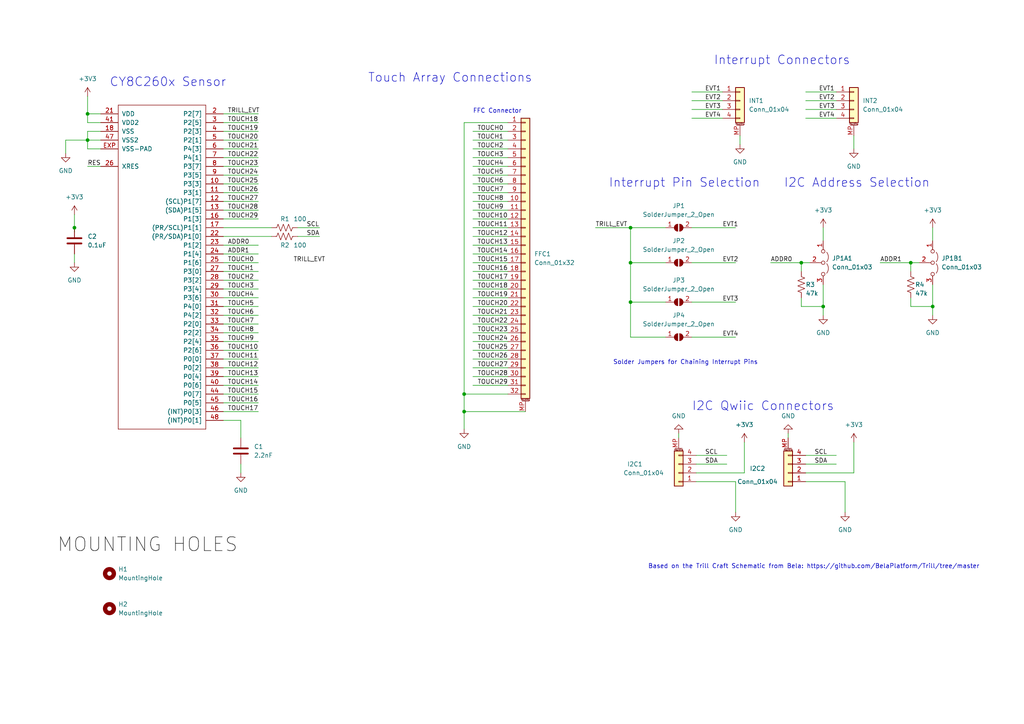
<source format=kicad_sch>
(kicad_sch (version 20230121) (generator eeschema)
  (paper "A4")
  (title_block (title "T-Stick Touch Board") (date "2023-09") (rev "1") (company "Input Devices and Musical Interaction Lab, McGill University"))
  (lib_symbols
    (symbol "+3V3_1" (power) (pin_names (offset 0))
      (property "Value" "+3V3_1" (at 0 3.556 0))
      (symbol "+3V3_1_0_1"
        (polyline (pts (xy -0.762 1.27) (xy 0 2.54)))
        (polyline (pts (xy 0 0) (xy 0 2.54)))
        (polyline (pts (xy 0 2.54) (xy 0.762 1.27)))
      )
      (symbol "+3V3_1_1_1"
        (pin power_in line (at 0 0 90) (length 0) hide (name "+3V3") (number "1"))
      )
    )
    (symbol "Connector_Generic_MountingPin:Conn_01x04_MountingPin" (pin_names (offset 1.016) hide)
      (property "Reference" "J" (at 0 5.08 0))
      (property "Value" "Conn_01x04_MountingPin" (at 1.27 -7.62 0))
      (symbol "Conn_01x04_MountingPin_1_1"
        (rectangle (start -1.27 -4.953) (end 0 -5.207) (stroke (width 0.1524)))
        (rectangle (start -1.27 -2.413) (end 0 -2.667) (stroke (width 0.1524)))
        (rectangle (start -1.27 0.127) (end 0 -0.127) (stroke (width 0.1524)))
        (rectangle (start -1.27 2.667) (end 0 2.413) (stroke (width 0.1524)))
        (rectangle (start -1.27 3.81) (end 1.27 -6.35) (stroke (width 0.254)) (fill (type background)))
        (polyline (pts (xy -1.016 -7.112) (xy 1.016 -7.112)) (stroke (width 0.1524)))
        (text "Mounting" (at 0 -6.731 0) (effects (font (size 0.381 0.381))))
        (pin passive line (at -5.08 2.54 0) (length 3.81) (name "Pin_1") (number "1"))
        (pin passive line (at -5.08 0 0) (length 3.81) (name "Pin_2") (number "2"))
        (pin passive line (at -5.08 -2.54 0) (length 3.81) (name "Pin_3") (number "3"))
        (pin passive line (at -5.08 -5.08 0) (length 3.81) (name "Pin_4") (number "4"))
        (pin passive line (at 0 -10.16 90) (length 3.048) (name "MountPin") (number "MP"))
      )
    )
    (symbol "Connector_Generic_MountingPin:Conn_01x32_MountingPin" (pin_names (offset 1.016) hide)
      (property "Reference" "J" (at 0 40.64 0))
      (property "Value" "Conn_01x32_MountingPin" (at 1.27 -43.18 0))
      (symbol "Conn_01x32_MountingPin_1_1"
        (rectangle (start -1.27 -40.513) (end 0 -40.767) (stroke (width 0.1524)))
        (rectangle (start -1.27 -37.973) (end 0 -38.227) (stroke (width 0.1524)))
        (rectangle (start -1.27 -35.433) (end 0 -35.687) (stroke (width 0.1524)))
        (rectangle (start -1.27 -32.893) (end 0 -33.147) (stroke (width 0.1524)))
        (rectangle (start -1.27 -30.353) (end 0 -30.607) (stroke (width 0.1524)))
        (rectangle (start -1.27 -27.813) (end 0 -28.067) (stroke (width 0.1524)))
        (rectangle (start -1.27 -25.273) (end 0 -25.527) (stroke (width 0.1524)))
        (rectangle (start -1.27 -22.733) (end 0 -22.987) (stroke (width 0.1524)))
        (rectangle (start -1.27 -20.193) (end 0 -20.447) (stroke (width 0.1524)))
        (rectangle (start -1.27 -17.653) (end 0 -17.907) (stroke (width 0.1524)))
        (rectangle (start -1.27 -15.113) (end 0 -15.367) (stroke (width 0.1524)))
        (rectangle (start -1.27 -12.573) (end 0 -12.827) (stroke (width 0.1524)))
        (rectangle (start -1.27 -10.033) (end 0 -10.287) (stroke (width 0.1524)))
        (rectangle (start -1.27 -7.493) (end 0 -7.747) (stroke (width 0.1524)))
        (rectangle (start -1.27 -4.953) (end 0 -5.207) (stroke (width 0.1524)))
        (rectangle (start -1.27 -2.413) (end 0 -2.667) (stroke (width 0.1524)))
        (rectangle (start -1.27 0.127) (end 0 -0.127) (stroke (width 0.1524)))
        (rectangle (start -1.27 2.667) (end 0 2.413) (stroke (width 0.1524)))
        (rectangle (start -1.27 5.207) (end 0 4.953) (stroke (width 0.1524)))
        (rectangle (start -1.27 7.747) (end 0 7.493) (stroke (width 0.1524)))
        (rectangle (start -1.27 10.287) (end 0 10.033) (stroke (width 0.1524)))
        (rectangle (start -1.27 12.827) (end 0 12.573) (stroke (width 0.1524)))
        (rectangle (start -1.27 15.367) (end 0 15.113) (stroke (width 0.1524)))
        (rectangle (start -1.27 17.907) (end 0 17.653) (stroke (width 0.1524)))
        (rectangle (start -1.27 20.447) (end 0 20.193) (stroke (width 0.1524)))
        (rectangle (start -1.27 22.987) (end 0 22.733) (stroke (width 0.1524)))
        (rectangle (start -1.27 25.527) (end 0 25.273) (stroke (width 0.1524)))
        (rectangle (start -1.27 28.067) (end 0 27.813) (stroke (width 0.1524)))
        (rectangle (start -1.27 30.607) (end 0 30.353) (stroke (width 0.1524)))
        (rectangle (start -1.27 33.147) (end 0 32.893) (stroke (width 0.1524)))
        (rectangle (start -1.27 35.687) (end 0 35.433) (stroke (width 0.1524)))
        (rectangle (start -1.27 38.227) (end 0 37.973) (stroke (width 0.1524)))
        (rectangle (start -1.27 39.37) (end 1.27 -41.91) (stroke (width 0.254)) (fill (type background)))
        (polyline (pts (xy -1.016 -42.672) (xy 1.016 -42.672)) (stroke (width 0.1524)))
        (text "Mounting" (at 0 -42.291 0) (effects (font (size 0.381 0.381))))
        (pin passive line (at -5.08 38.1 0) (length 3.81) (name "Pin_1") (number "1"))
        (pin passive line (at -5.08 15.24 0) (length 3.81) (name "Pin_10") (number "10"))
        (pin passive line (at -5.08 12.7 0) (length 3.81) (name "Pin_11") (number "11"))
        (pin passive line (at -5.08 10.16 0) (length 3.81) (name "Pin_12") (number "12"))
        (pin passive line (at -5.08 7.62 0) (length 3.81) (name "Pin_13") (number "13"))
        (pin passive line (at -5.08 5.08 0) (length 3.81) (name "Pin_14") (number "14"))
        (pin passive line (at -5.08 2.54 0) (length 3.81) (name "Pin_15") (number "15"))
        (pin passive line (at -5.08 0 0) (length 3.81) (name "Pin_16") (number "16"))
        (pin passive line (at -5.08 -2.54 0) (length 3.81) (name "Pin_17") (number "17"))
        (pin passive line (at -5.08 -5.08 0) (length 3.81) (name "Pin_18") (number "18"))
        (pin passive line (at -5.08 -7.62 0) (length 3.81) (name "Pin_19") (number "19"))
        (pin passive line (at -5.08 35.56 0) (length 3.81) (name "Pin_2") (number "2"))
        (pin passive line (at -5.08 -10.16 0) (length 3.81) (name "Pin_20") (number "20"))
        (pin passive line (at -5.08 -12.7 0) (length 3.81) (name "Pin_21") (number "21"))
        (pin passive line (at -5.08 -15.24 0) (length 3.81) (name "Pin_22") (number "22"))
        (pin passive line (at -5.08 -17.78 0) (length 3.81) (name "Pin_23") (number "23"))
        (pin passive line (at -5.08 -20.32 0) (length 3.81) (name "Pin_24") (number "24"))
        (pin passive line (at -5.08 -22.86 0) (length 3.81) (name "Pin_25") (number "25"))
        (pin passive line (at -5.08 -25.4 0) (length 3.81) (name "Pin_26") (number "26"))
        (pin passive line (at -5.08 -27.94 0) (length 3.81) (name "Pin_27") (number "27"))
        (pin passive line (at -5.08 -30.48 0) (length 3.81) (name "Pin_28") (number "28"))
        (pin passive line (at -5.08 -33.02 0) (length 3.81) (name "Pin_29") (number "29"))
        (pin passive line (at -5.08 33.02 0) (length 3.81) (name "Pin_3") (number "3"))
        (pin passive line (at -5.08 -35.56 0) (length 3.81) (name "Pin_30") (number "30"))
        (pin passive line (at -5.08 -38.1 0) (length 3.81) (name "Pin_31") (number "31"))
        (pin passive line (at -5.08 -40.64 0) (length 3.81) (name "Pin_32") (number "32"))
        (pin passive line (at -5.08 30.48 0) (length 3.81) (name "Pin_4") (number "4"))
        (pin passive line (at -5.08 27.94 0) (length 3.81) (name "Pin_5") (number "5"))
        (pin passive line (at -5.08 25.4 0) (length 3.81) (name "Pin_6") (number "6"))
        (pin passive line (at -5.08 22.86 0) (length 3.81) (name "Pin_7") (number "7"))
        (pin passive line (at -5.08 20.32 0) (length 3.81) (name "Pin_8") (number "8"))
        (pin passive line (at -5.08 17.78 0) (length 3.81) (name "Pin_9") (number "9"))
        (pin passive line (at 0 -45.72 90) (length 3.048) (name "MountPin") (number "MP"))
      )
    )
    (symbol "Device:C" (pin_numbers hide) (pin_names (offset 0.254))
      (property "Reference" "C" (at 0.635 2.54 0))
      (property "Value" "C" (at 0.635 -2.54 0))
      (symbol "C_0_1"
        (polyline (pts (xy -2.032 -0.762) (xy 2.032 -0.762)) (stroke (width 0.508)))
        (polyline (pts (xy -2.032 0.762) (xy 2.032 0.762)) (stroke (width 0.508)))
      )
      (symbol "C_1_1"
        (pin passive line (at 0 3.81 270) (length 2.794) (name "~") (number "1"))
        (pin passive line (at 0 -3.81 90) (length 2.794) (name "~") (number "2"))
      )
    )
    (symbol "Device:R_US" (pin_numbers hide) (pin_names (offset 0))
      (property "Reference" "R" (at 2.54 0 90))
      (property "Value" "R_US" (at -2.54 0 90))
      (symbol "R_US_0_1"
        (polyline (pts (xy 0 -2.286) (xy 0 -2.54)))
        (polyline (pts (xy 0 2.286) (xy 0 2.54)))
        (polyline (pts (xy 0 -0.762) (xy 1.016 -1.143) (xy 0 -1.524) (xy -1.016 -1.905) (xy 0 -2.286)))
        (polyline (pts (xy 0 0.762) (xy 1.016 0.381) (xy 0 0) (xy -1.016 -0.381) (xy 0 -0.762)))
        (polyline (pts (xy 0 2.286) (xy 1.016 1.905) (xy 0 1.524) (xy -1.016 1.143) (xy 0 0.762)))
      )
      (symbol "R_US_1_1"
        (pin passive line (at 0 3.81 270) (length 1.27) (name "~") (number "1"))
        (pin passive line (at 0 -3.81 90) (length 1.27) (name "~") (number "2"))
      )
    )
    (symbol "GND_1" (power) (pin_names (offset 0))
      (property "Value" "GND_1" (at 0 -3.81 0))
      (symbol "GND_1_0_1"
        (polyline (pts (xy 0 0) (xy 0 -1.27) (xy 1.27 -1.27) (xy 0 -2.54) (xy -1.27 -1.27) (xy 0 -1.27)))
      )
      (symbol "GND_1_1_1"
        (pin power_in line (at 0 0 270) (length 0) hide (name "GND") (number "1"))
      )
    )
    (symbol "Jumper:Jumper_3_Open" (pin_names (offset 0) hide)
      (property "Reference" "JP" (at -2.54 -2.54 0))
      (property "Value" "Jumper_3_Open" (at 0 2.794 0))
      (symbol "Jumper_3_Open_0_0"
        (circle (center -3.302 0) (radius 0.508))
        (circle (center 0 0) (radius 0.508))
        (circle (center 3.302 0) (radius 0.508))
      )
      (symbol "Jumper_3_Open_0_1"
        (arc (start -0.254 1.016) (mid -1.651 1.4992) (end -3.048 1.016))
        (polyline (pts (xy 0 -0.508) (xy 0 -1.27)))
        (arc (start 3.048 1.016) (mid 1.651 1.4992) (end 0.254 1.016))
      )
      (symbol "Jumper_3_Open_1_1"
        (pin passive line (at -6.35 0 0) (length 2.54) (name "A") (number "1"))
        (pin passive line (at 0 -3.81 90) (length 2.54) (name "C") (number "2"))
        (pin passive line (at 6.35 0 180) (length 2.54) (name "B") (number "3"))
      )
    )
    (symbol "Jumper:SolderJumper_2_Open" (pin_names (offset 0) hide)
      (property "Reference" "JP" (at 0 2.032 0))
      (property "Value" "SolderJumper_2_Open" (at 0 -2.54 0))
      (symbol "SolderJumper_2_Open_0_1"
        (arc (start -0.254 1.016) (mid -1.2656 0) (end -0.254 -1.016))
        (arc (start -0.254 1.016) (mid -1.2656 0) (end -0.254 -1.016) (fill (type outline)))
        (polyline (pts (xy -0.254 1.016) (xy -0.254 -1.016)))
        (polyline (pts (xy 0.254 1.016) (xy 0.254 -1.016)))
        (arc (start 0.254 -1.016) (mid 1.2656 0) (end 0.254 1.016))
        (arc (start 0.254 -1.016) (mid 1.2656 0) (end 0.254 1.016) (fill (type outline)))
      )
      (symbol "SolderJumper_2_Open_1_1"
        (pin passive line (at -3.81 0 0) (length 2.54) (name "A") (number "1"))
        (pin passive line (at 3.81 0 180) (length 2.54) (name "B") (number "2"))
      )
    )
    (symbol "Mechanical:MountingHole" (pin_names (offset 1.016))
      (property "Reference" "H" (at 0 5.08 0))
      (property "Value" "MountingHole" (at 0 3.175 0))
      (symbol "MountingHole_0_1"
        (circle (center 0 0) (radius 1.27) (stroke (width 1.27)))
      )
    )
    (symbol "power:GND" (power) (pin_names (offset 0))
      (property "Value" "GND" (at 0 -3.81 0))
      (symbol "GND_0_1"
        (polyline (pts (xy 0 0) (xy 0 -1.27) (xy 1.27 -1.27) (xy 0 -2.54) (xy -1.27 -1.27) (xy 0 -1.27)))
      )
      (symbol "GND_1_1"
        (pin power_in line (at 0 0 270) (length 0) hide (name "GND") (number "1"))
      )
    )
    (symbol "touch-sensor:CY8C206X6A" (pin_names (offset 1.016))
      (symbol "CY8C206X6A_1_0"
        (polyline (pts (xy -12.7 -48.26) (xy -12.7 45.72)))
        (polyline (pts (xy -12.7 45.72) (xy 12.7 45.72)))
        (polyline (pts (xy 12.7 -48.26) (xy -12.7 -48.26)))
        (polyline (pts (xy 12.7 45.72) (xy 12.7 -48.26)))
        (pin unspecified line (at 17.78 22.86 180) (length 5.08) (name "P3[3]") (number "10"))
        (pin unspecified line (at 17.78 20.32 180) (length 5.08) (name "P3[1]") (number "11"))
        (pin unspecified line (at 17.78 17.78 180) (length 5.08) (name "(SCL)P1[7]") (number "12"))
        (pin unspecified line (at 17.78 15.24 180) (length 5.08) (name "(SDA)P1[5]") (number "13"))
        (pin unspecified line (at 17.78 12.7 180) (length 5.08) (name "P1[3]") (number "16"))
        (pin unspecified line (at 17.78 10.16 180) (length 5.08) (name "(PR/SCL)P1[1]") (number "17"))
        (pin unspecified line (at -17.78 38.1 0) (length 5.08) (name "VSS") (number "18"))
        (pin unspecified line (at 17.78 43.18 180) (length 5.08) (name "P2[7]") (number "2"))
        (pin unspecified line (at -17.78 43.18 0) (length 5.08) (name "VDD") (number "21"))
        (pin unspecified line (at 17.78 7.62 180) (length 5.08) (name "(PR/SDA)P1[0]") (number "22"))
        (pin unspecified line (at 17.78 5.08 180) (length 5.08) (name "P1[2]") (number "23"))
        (pin unspecified line (at 17.78 2.54 180) (length 5.08) (name "P1[4]") (number "24"))
        (pin unspecified line (at 17.78 0 180) (length 5.08) (name "P1[6]") (number "25"))
        (pin unspecified line (at -17.78 27.94 0) (length 5.08) (name "XRES") (number "26"))
        (pin unspecified line (at 17.78 -2.54 180) (length 5.08) (name "P3[0]") (number "27"))
        (pin unspecified line (at 17.78 -5.08 180) (length 5.08) (name "P3[2]") (number "28"))
        (pin unspecified line (at 17.78 -7.62 180) (length 5.08) (name "P3[4]") (number "29"))
        (pin unspecified line (at 17.78 40.64 180) (length 5.08) (name "P2[5]") (number "3"))
        (pin unspecified line (at 17.78 -10.16 180) (length 5.08) (name "P3[6]") (number "30"))
        (pin unspecified line (at 17.78 -12.7 180) (length 5.08) (name "P4[0]") (number "31"))
        (pin unspecified line (at 17.78 -15.24 180) (length 5.08) (name "P4[2]") (number "32"))
        (pin unspecified line (at 17.78 -17.78 180) (length 5.08) (name "P2[0]") (number "33"))
        (pin unspecified line (at 17.78 -20.32 180) (length 5.08) (name "P2[2]") (number "34"))
        (pin unspecified line (at 17.78 -22.86 180) (length 5.08) (name "P2[4]") (number "35"))
        (pin unspecified line (at 17.78 -25.4 180) (length 5.08) (name "P2[6]") (number "36"))
        (pin unspecified line (at 17.78 -27.94 180) (length 5.08) (name "P0[0]") (number "37"))
        (pin unspecified line (at 17.78 -30.48 180) (length 5.08) (name "P0[2]") (number "38"))
        (pin unspecified line (at 17.78 -33.02 180) (length 5.08) (name "P0[4]") (number "39"))
        (pin unspecified line (at 17.78 38.1 180) (length 5.08) (name "P2[3]") (number "4"))
        (pin unspecified line (at 17.78 -35.56 180) (length 5.08) (name "P0[6]") (number "40"))
        (pin unspecified line (at -17.78 40.64 0) (length 5.08) (name "VDD2") (number "41"))
        (pin unspecified line (at 17.78 -38.1 180) (length 5.08) (name "P0[7]") (number "44"))
        (pin unspecified line (at 17.78 -40.64 180) (length 5.08) (name "P0[5]") (number "45"))
        (pin unspecified line (at 17.78 -43.18 180) (length 5.08) (name "(INT)P0[3]") (number "46"))
        (pin unspecified line (at -17.78 35.56 0) (length 5.08) (name "VSS2") (number "47"))
        (pin unspecified line (at 17.78 -45.72 180) (length 5.08) (name "(INT)P0[1]") (number "48"))
        (pin unspecified line (at 17.78 35.56 180) (length 5.08) (name "P2[1]") (number "5"))
        (pin unspecified line (at 17.78 33.02 180) (length 5.08) (name "P4[3]") (number "6"))
        (pin unspecified line (at 17.78 30.48 180) (length 5.08) (name "P4[1]") (number "7"))
        (pin unspecified line (at 17.78 27.94 180) (length 5.08) (name "P3[7]") (number "8"))
        (pin unspecified line (at 17.78 25.4 180) (length 5.08) (name "P3[5]") (number "9"))
        (pin unspecified line (at -17.78 33.02 0) (length 5.08) (name "VSS-PAD") (number "EXP"))
      )
    )
  )
  (junction (at 134.62 119.38))
  (junction (at 182.88 66.04))
  (junction (at 182.88 76.2))
  (junction (at 270.51 88.9))
  (junction (at 134.62 114.3))
  (junction (at 264.16 76.2))
  (junction (at 25.4 33.02))
  (junction (at 25.4 40.64))
  (junction (at 21.59 66.04))
  (junction (at 232.41 76.2))
  (junction (at 182.88 87.63))
  (junction (at 238.76 88.9))
  (wire (pts (xy 200.66 31.75) (xy 209.55 31.75)))
  (wire (pts (xy 200.66 66.04) (xy 213.36 66.04)))
  (wire (pts (xy 64.77 81.28) (xy 74.93 81.28)))
  (wire (pts (xy 137.16 48.26) (xy 147.32 48.26)))
  (wire (pts (xy 238.76 66.04) (xy 238.76 69.85)))
  (wire (pts (xy 21.59 73.66) (xy 21.59 76.2)))
  (wire (pts (xy 137.16 109.22) (xy 147.32 109.22)))
  (wire (pts (xy 64.77 91.44) (xy 74.93 91.44)))
  (wire (pts (xy 137.16 71.12) (xy 147.32 71.12)))
  (wire (pts (xy 64.77 53.34) (xy 74.93 53.34)))
  (wire (pts (xy 64.77 66.04) (xy 78.74 66.04)))
  (wire (pts (xy 64.77 68.58) (xy 78.74 68.58)))
  (wire (pts (xy 137.16 96.52) (xy 147.32 96.52)))
  (wire (pts (xy 264.16 86.36) (xy 264.16 88.9)))
  (wire (pts (xy 25.4 33.02) (xy 25.4 35.56)))
  (wire (pts (xy 64.77 93.98) (xy 74.93 93.98)))
  (wire (pts (xy 86.36 68.58) (xy 92.71 68.58)))
  (wire (pts (xy 200.66 29.21) (xy 209.55 29.21)))
  (wire (pts (xy 25.4 38.1) (xy 25.4 40.64)))
  (wire (pts (xy 64.77 101.6) (xy 74.93 101.6)))
  (wire (pts (xy 64.77 109.22) (xy 74.93 109.22)))
  (wire (pts (xy 29.21 33.02) (xy 25.4 33.02)))
  (wire (pts (xy 64.77 50.8) (xy 74.93 50.8)))
  (wire (pts (xy 270.51 66.04) (xy 270.51 69.85)))
  (wire (pts (xy 201.93 132.08) (xy 210.82 132.08)))
  (wire (pts (xy 245.11 139.7) (xy 245.11 148.59)))
  (wire (pts (xy 233.68 132.08) (xy 242.57 132.08)))
  (wire (pts (xy 137.16 104.14) (xy 147.32 104.14)))
  (wire (pts (xy 200.66 76.2) (xy 213.36 76.2)))
  (wire (pts (xy 137.16 63.5) (xy 147.32 63.5)))
  (wire (pts (xy 64.77 116.84) (xy 74.93 116.84)))
  (wire (pts (xy 233.68 134.62) (xy 242.57 134.62)))
  (wire (pts (xy 247.65 128.27) (xy 247.65 137.16)))
  (wire (pts (xy 193.04 87.63) (xy 182.88 87.63)))
  (wire (pts (xy 64.77 38.1) (xy 74.93 38.1)))
  (wire (pts (xy 134.62 114.3) (xy 134.62 119.38)))
  (wire (pts (xy 264.16 76.2) (xy 266.7 76.2)))
  (wire (pts (xy 200.66 26.67) (xy 209.55 26.67)))
  (wire (pts (xy 137.16 101.6) (xy 147.32 101.6)))
  (wire (pts (xy 25.4 43.18) (xy 29.21 43.18)))
  (wire (pts (xy 64.77 111.76) (xy 74.93 111.76)))
  (wire (pts (xy 232.41 86.36) (xy 232.41 88.9)))
  (wire (pts (xy 137.16 73.66) (xy 147.32 73.66)))
  (wire (pts (xy 182.88 87.63) (xy 182.88 97.79)))
  (wire (pts (xy 64.77 45.72) (xy 74.93 45.72)))
  (wire (pts (xy 137.16 81.28) (xy 147.32 81.28)))
  (wire (pts (xy 64.77 114.3) (xy 74.93 114.3)))
  (wire (pts (xy 134.62 114.3) (xy 147.32 114.3)))
  (wire (pts (xy 200.66 87.63) (xy 213.36 87.63)))
  (wire (pts (xy 29.21 35.56) (xy 25.4 35.56)))
  (wire (pts (xy 25.4 27.94) (xy 25.4 33.02)))
  (wire (pts (xy 201.93 134.62) (xy 210.82 134.62)))
  (wire (pts (xy 200.66 97.79) (xy 213.36 97.79)))
  (wire (pts (xy 233.68 29.21) (xy 242.57 29.21)))
  (wire (pts (xy 232.41 76.2) (xy 234.95 76.2)))
  (wire (pts (xy 64.77 119.38) (xy 74.93 119.38)))
  (wire (pts (xy 182.88 66.04) (xy 193.04 66.04)))
  (wire (pts (xy 137.16 78.74) (xy 147.32 78.74)))
  (wire (pts (xy 193.04 97.79) (xy 182.88 97.79)))
  (wire (pts (xy 134.62 119.38) (xy 134.62 124.46)))
  (wire (pts (xy 64.77 96.52) (xy 74.93 96.52)))
  (wire (pts (xy 64.77 106.68) (xy 74.93 106.68)))
  (wire (pts (xy 137.16 45.72) (xy 147.32 45.72)))
  (wire (pts (xy 137.16 50.8) (xy 147.32 50.8)))
  (wire (pts (xy 238.76 88.9) (xy 238.76 91.44)))
  (wire (pts (xy 64.77 48.26) (xy 74.93 48.26)))
  (wire (pts (xy 137.16 55.88) (xy 147.32 55.88)))
  (wire (pts (xy 19.05 40.64) (xy 25.4 40.64)))
  (wire (pts (xy 64.77 33.02) (xy 74.93 33.02)))
  (wire (pts (xy 233.68 34.29) (xy 242.57 34.29)))
  (wire (pts (xy 64.77 88.9) (xy 74.93 88.9)))
  (wire (pts (xy 64.77 73.66) (xy 74.93 73.66)))
  (wire (pts (xy 137.16 88.9) (xy 147.32 88.9)))
  (wire (pts (xy 264.16 88.9) (xy 270.51 88.9)))
  (wire (pts (xy 25.4 40.64) (xy 25.4 43.18)))
  (wire (pts (xy 137.16 83.82) (xy 147.32 83.82)))
  (wire (pts (xy 201.93 137.16) (xy 215.9 137.16)))
  (wire (pts (xy 64.77 63.5) (xy 74.93 63.5)))
  (wire (pts (xy 232.41 88.9) (xy 238.76 88.9)))
  (wire (pts (xy 137.16 91.44) (xy 147.32 91.44)))
  (wire (pts (xy 137.16 58.42) (xy 147.32 58.42)))
  (wire (pts (xy 64.77 104.14) (xy 74.93 104.14)))
  (wire (pts (xy 255.27 76.2) (xy 264.16 76.2)))
  (wire (pts (xy 182.88 66.04) (xy 182.88 76.2)))
  (wire (pts (xy 233.68 26.67) (xy 242.57 26.67)))
  (wire (pts (xy 137.16 38.1) (xy 147.32 38.1)))
  (wire (pts (xy 64.77 121.92) (xy 69.85 121.92)))
  (wire (pts (xy 137.16 106.68) (xy 147.32 106.68)))
  (wire (pts (xy 134.62 35.56) (xy 134.62 114.3)))
  (wire (pts (xy 196.85 125.73) (xy 196.85 127)))
  (wire (pts (xy 69.85 121.92) (xy 69.85 127)))
  (wire (pts (xy 137.16 93.98) (xy 147.32 93.98)))
  (wire (pts (xy 137.16 99.06) (xy 147.32 99.06)))
  (wire (pts (xy 64.77 71.12) (xy 74.93 71.12)))
  (wire (pts (xy 233.68 137.16) (xy 247.65 137.16)))
  (wire (pts (xy 137.16 111.76) (xy 147.32 111.76)))
  (wire (pts (xy 137.16 40.64) (xy 147.32 40.64)))
  (wire (pts (xy 137.16 68.58) (xy 147.32 68.58)))
  (wire (pts (xy 64.77 60.96) (xy 74.93 60.96)))
  (wire (pts (xy 21.59 62.23) (xy 21.59 66.04)))
  (wire (pts (xy 64.77 43.18) (xy 74.93 43.18)))
  (wire (pts (xy 64.77 99.06) (xy 74.93 99.06)))
  (wire (pts (xy 137.16 86.36) (xy 147.32 86.36)))
  (wire (pts (xy 182.88 76.2) (xy 182.88 87.63)))
  (wire (pts (xy 147.32 35.56) (xy 134.62 35.56)))
  (wire (pts (xy 270.51 82.55) (xy 270.51 88.9)))
  (wire (pts (xy 137.16 60.96) (xy 147.32 60.96)))
  (wire (pts (xy 232.41 76.2) (xy 232.41 78.74)))
  (wire (pts (xy 64.77 78.74) (xy 74.93 78.74)))
  (wire (pts (xy 214.63 41.91) (xy 214.63 39.37)))
  (wire (pts (xy 64.77 35.56) (xy 74.93 35.56)))
  (wire (pts (xy 29.21 38.1) (xy 25.4 38.1)))
  (wire (pts (xy 64.77 86.36) (xy 74.93 86.36)))
  (wire (pts (xy 134.62 119.38) (xy 152.4 119.38)))
  (wire (pts (xy 137.16 66.04) (xy 147.32 66.04)))
  (wire (pts (xy 64.77 58.42) (xy 74.93 58.42)))
  (wire (pts (xy 137.16 53.34) (xy 147.32 53.34)))
  (wire (pts (xy 19.05 44.45) (xy 19.05 40.64)))
  (wire (pts (xy 201.93 139.7) (xy 213.36 139.7)))
  (wire (pts (xy 223.52 76.2) (xy 232.41 76.2)))
  (wire (pts (xy 172.72 66.04) (xy 182.88 66.04)))
  (wire (pts (xy 25.4 40.64) (xy 29.21 40.64)))
  (wire (pts (xy 86.36 66.04) (xy 92.71 66.04)))
  (wire (pts (xy 64.77 76.2) (xy 74.93 76.2)))
  (wire (pts (xy 213.36 139.7) (xy 213.36 148.59)))
  (wire (pts (xy 21.59 66.04) (xy 21.59 67.31)))
  (wire (pts (xy 238.76 82.55) (xy 238.76 88.9)))
  (wire (pts (xy 25.4 48.26) (xy 29.21 48.26)))
  (wire (pts (xy 233.68 139.7) (xy 245.11 139.7)))
  (wire (pts (xy 270.51 88.9) (xy 270.51 91.44)))
  (wire (pts (xy 137.16 76.2) (xy 147.32 76.2)))
  (wire (pts (xy 64.77 40.64) (xy 74.93 40.64)))
  (wire (pts (xy 200.66 34.29) (xy 209.55 34.29)))
  (wire (pts (xy 264.16 76.2) (xy 264.16 78.74)))
  (wire (pts (xy 69.85 134.62) (xy 69.85 137.16)))
  (wire (pts (xy 228.6 125.73) (xy 228.6 127)))
  (wire (pts (xy 233.68 31.75) (xy 242.57 31.75)))
  (wire (pts (xy 247.65 43.18) (xy 247.65 39.37)))
  (wire (pts (xy 137.16 43.18) (xy 147.32 43.18)))
  (wire (pts (xy 64.77 55.88) (xy 74.93 55.88)))
  (wire (pts (xy 193.04 76.2) (xy 182.88 76.2)))
  (wire (pts (xy 215.9 128.27) (xy 215.9 137.16)))
  (wire (pts (xy 64.77 83.82) (xy 74.93 83.82)))
  (text "Solder Jumpers for Chaining Interrupt Pins\n\n" (at 177.8 107.95 0) (effects (font (size 1.27 1.27)) (justify left bottom)))
  (text "Touch Array Connections" (at 106.68 24.13 0) (effects (font (size 2.54 2.54)) (justify left bottom)))
  (text "Interrupt Connectors" (at 207.01 19.05 0) (effects (font (size 2.54 2.54)) (justify left bottom)))
  (text "FFC Connector" (at 137.16 33.02 0) (effects (font (size 1.27 1.27)) (justify left bottom)))
  (text "I2C Address Selection" (at 227.33 54.61 0) (effects (font (size 2.54 2.54)) (justify left bottom)))
  (text "CY8C260x Sensor" (at 31.75 25.4 0) (effects (font (size 2.54 2.54)) (justify left bottom)))
  (text "Based on the Trill Craft Schematic from Bela: https://github.com/BelaPlatform/Trill/tree/master" (at 187.96 165.1 0) (effects (font (size 1.27 1.27)) (justify left bottom)))
  (text "Interrupt Pin Selection" (at 176.53 54.61 0) (effects (font (size 2.54 2.54)) (justify left bottom)))
  (text "I2C Qwiic Connectors" (at 200.66 119.38 0) (effects (font (size 2.54 2.54)) (justify left bottom)))
  (label "TOUCH10" (at 66.04 101.6 0))
  (label "TOUCH18" (at 147.32 83.82 180))
  (label "TOUCH26" (at 66.04 55.88 0))
  (label "TOUCH8" (at 138.43 58.42 0))
  (label "TOUCH7" (at 66.04 93.98 0))
  (label "TOUCH0" (at 66.04 76.2 0))
  (label "EVT1" (at 237.49 26.67 0))
  (label "TOUCH17" (at 66.04 119.38 0))
  (label "TOUCH25" (at 66.04 53.34 0))
  (label "TOUCH14" (at 66.04 111.76 0))
  (label "TOUCH9" (at 138.43 60.96 0))
  (label "TOUCH13" (at 138.43 71.12 0))
  (label "TOUCH26" (at 147.32 104.14 180))
  (label "TOUCH19" (at 147.32 86.36 180))
  (label "SDA" (at 236.22 134.62 0))
  (label "TOUCH28" (at 66.04 60.96 0))
  (label "ADDR0" (at 66.04 71.12 0))
  (label "EVT1" (at 209.55 66.04 0))
  (label "TOUCH24" (at 147.32 99.06 180))
  (label "SCL" (at 204.47 132.08 0))
  (label "SDA" (at 88.9 68.58 0))
  (label "TOUCH15" (at 147.32 76.2 180))
  (label "EVT2" (at 204.47 29.21 0))
  (label "TOUCH20" (at 66.04 40.64 0))
  (label "TOUCH10" (at 138.43 63.5 0))
  (label "TOUCH15" (at 66.04 114.3 0))
  (label "SCL" (at 236.22 132.08 0))
  (label "TOUCH13" (at 66.04 109.22 0))
  (label "TOUCH25" (at 147.32 101.6 180))
  (label "TOUCH12" (at 66.04 106.68 0))
  (label "TOUCH22" (at 147.32 93.98 180))
  (label "TOUCH12" (at 138.43 68.58 0))
  (label "EVT1" (at 204.47 26.67 0))
  (label "EVT4" (at 204.47 34.29 0))
  (label "TOUCH23" (at 147.32 96.52 180))
  (label "EVT4" (at 209.55 97.79 0))
  (label "MOUNTING HOLES" (at 16.51 161.29 0) (effects (font (size 4 4))))
  (label "TOUCH1" (at 138.43 40.64 0))
  (label "TOUCH16" (at 66.04 116.84 0))
  (label "TOUCH6" (at 138.43 53.34 0))
  (label "TOUCH29" (at 147.32 111.76 180))
  (label "TOUCH2" (at 66.04 81.28 0))
  (label "ADDR1" (at 66.04 73.66 0))
  (label "TOUCH20" (at 147.32 88.9 180))
  (label "ADDR1" (at 255.27 76.2 0))
  (label "TOUCH19" (at 66.04 38.1 0))
  (label "TOUCH9" (at 66.04 99.06 0))
  (label "TOUCH18" (at 66.04 35.56 0))
  (label "TRILL_EVT" (at 66.04 33.02 0))
  (label "TOUCH23" (at 66.04 48.26 0))
  (label "TRILL_EVT" (at 85.09 76.2 0))
  (label "TOUCH3" (at 138.43 45.72 0))
  (label "TOUCH21" (at 147.32 91.44 180))
  (label "TOUCH8" (at 66.04 96.52 0))
  (label "EVT3" (at 204.47 31.75 0))
  (label "TOUCH7" (at 138.43 55.88 0))
  (label "TOUCH11" (at 138.43 66.04 0))
  (label "TOUCH1" (at 66.04 78.74 0))
  (label "TOUCH4" (at 66.04 86.36 0))
  (label "TOUCH21" (at 66.04 43.18 0))
  (label "TOUCH29" (at 66.04 63.5 0))
  (label "TOUCH4" (at 138.43 48.26 0))
  (label "TRILL_EVT" (at 172.72 66.04 0))
  (label "TOUCH11" (at 66.04 104.14 0))
  (label "TOUCH0" (at 138.43 38.1 0))
  (label "TOUCH17" (at 147.32 81.28 180))
  (label "EVT3" (at 237.49 31.75 0))
  (label "TOUCH24" (at 66.04 50.8 0))
  (label "SDA" (at 204.47 134.62 0))
  (label "EVT2" (at 237.49 29.21 0))
  (label "TOUCH27" (at 66.04 58.42 0))
  (label "TOUCH22" (at 66.04 45.72 0))
  (label "TOUCH2" (at 138.43 43.18 0))
  (label "TOUCH16" (at 147.32 78.74 180))
  (label "TOUCH28" (at 147.32 109.22 180))
  (label "EVT4" (at 237.49 34.29 0))
  (label "TOUCH27" (at 147.32 106.68 180))
  (label "RES" (at 25.4 48.26 0))
  (label "ADDR0" (at 223.52 76.2 0))
  (label "SCL" (at 88.9 66.04 0))
  (label "TOUCH5" (at 66.04 88.9 0))
  (label "TOUCH3" (at 66.04 83.82 0))
  (label "EVT2" (at 209.55 76.2 0))
  (label "EVT3" (at 209.55 87.63 0))
  (label "TOUCH6" (at 66.04 91.44 0))
  (label "TOUCH5" (at 138.43 50.8 0))
  (label "TOUCH14" (at 138.43 73.66 0))
  (symbol (lib_id "power:GND") (at 270.51 91.44 0) (unit 1)
    (property "Reference" "#PWR011" (effects hide))
    (property "Value" "GND" (at 270.51 96.52 0))
  )
  (symbol (lib_id "Jumper:SolderJumper_2_Open") (at 196.85 97.79 0) (unit 1) (in_bom no)
    (property "Reference" "JP4" (at 196.85 91.44 0))
    (property "Value" "SolderJumper_2_Open" (at 196.85 93.98 0))
    (property "Footprint" "Jumper:SolderJumper-2_P1.3mm_Open_RoundedPad1.0x1.5mm" (effects hide))
  )
  (symbol (lib_id "Connector_Generic_MountingPin:Conn_01x04_MountingPin") (at 228.6 137.16 180) (unit 1)
    (property "Reference" "I2C2" (at 219.71 135.89 0))
    (property "Value" "Conn_01x04" (at 219.71 139.7 0))
    (property "Footprint" "Connector_JST:JST_SH_SM04B-SRSS-TB_1x04-1MP_P1.00mm_Horizontal" (effects hide))
    (property "Description Value Pkg" "Connector Header Surface Mount, Right Angle 4 position 0.039\" (1.00mm)" (effects hide))
    (property "Mfg Part #" "SM04B-SRSS-TB" (effects hide))
    (property "Digikey Part #" "455-SM04B-SRSS-TBCT-ND" (effects hide))
  )
  (symbol (lib_id "touch-sensor:CY8C206X6A") (at 46.99 76.2 0) (unit 1)
    (property "Reference" "IC1" (effects hide))
    (property "Value" "CY8C206X6A" (effects hide))
    (property "Footprint" "cap-touch-breakout:QFN48-LEADS" (effects hide))
    (property "Description Value Pkg" "MCU 8K FLASH 1K SRAM 48QFN" (effects hide))
    (property "Mfg Part #" "CY8C20636A-24LTXI" (effects hide))
    (property "Digikey Part #" "CY8C20636A-24LTXI-ND" (effects hide))
  )
  (symbol (lib_id "Device:C") (at 21.59 69.85 0) (unit 1)
    (property "Reference" "C2" (at 25.4 68.58 0) (effects (justify left)))
    (property "Value" "0.1uF" (at 25.4 71.12 0) (effects (justify left)))
    (property "Footprint" "Capacitor_SMD:C_0603_1608Metric" (effects hide))
    (property "Description Value Pkg" "0.1 µF ±10% 50V Ceramic Capacitor X7R 0603 (1608 Metric)" (effects hide))
    (property "Mfg Part #" "CL10B104KB8NNNC" (effects hide))
    (property "Digikey Part #" "1276-1000-1-ND" (effects hide))
  )
  (symbol (lib_name "+3V3_1") (lib_id "power:+3V3") (at 21.59 62.23 0) (unit 1)
    (property "Reference" "#PWR07" (effects hide))
    (property "Value" "+3V3" (at 21.59 57.15 0))
  )
  (symbol (lib_id "Jumper:SolderJumper_2_Open") (at 196.85 66.04 0) (unit 1) (in_bom no)
    (property "Reference" "JP1" (at 196.85 59.69 0))
    (property "Value" "SolderJumper_2_Open" (at 196.85 62.23 0))
    (property "Footprint" "Jumper:SolderJumper-2_P1.3mm_Open_RoundedPad1.0x1.5mm" (effects hide))
  )
  (symbol (lib_name "GND_1") (lib_id "power:GND") (at 228.6 125.73 180) (unit 1)
    (property "Reference" "#PWR017" (effects hide))
    (property "Value" "GND" (at 228.6 120.65 0))
  )
  (symbol (lib_name "GND_1") (lib_id "power:GND") (at 245.11 148.59 0) (unit 1)
    (property "Reference" "#PWR01" (effects hide))
    (property "Value" "GND" (at 245.11 153.67 0))
  )
  (symbol (lib_name "+3V3_1") (lib_id "power:+3V3") (at 270.51 66.04 0) (unit 1)
    (property "Reference" "#PWR03" (effects hide))
    (property "Value" "+3V3" (at 270.51 60.96 0))
  )
  (symbol (lib_id "Device:R_US") (at 82.55 68.58 270) (unit 1)
    (property "Reference" "R2" (at 81.28 71.12 90) (effects (justify left)))
    (property "Value" "100" (at 85.09 71.12 90) (effects (justify left)))
    (property "Footprint" "Resistor_SMD:R_0603_1608Metric" (effects hide))
    (property "Description Value Pkg" "100 Ohms ±1% 0.25W, 1/4W Chip Resistor 0603 (1608 Metric) Anti-Sulfur, Automotive AEC-Q200, Pulse Withstanding Thick Film" (effects hide))
    (property "Mfg Part #" "ERJ-UP3F1000V" (effects hide))
    (property "Digikey Part #" "10-ERJ-UP3F1000VCT-ND" (effects hide))
  )
  (symbol (lib_id "Mechanical:MountingHole") (at 31.75 166.37 0) (unit 1) (in_bom no)
    (property "Reference" "H1" (at 34.29 165.1 0) (effects (justify left)))
    (property "Value" "MountingHole" (at 34.29 167.64 0) (effects (justify left)))
    (property "Footprint" "MountingHole:MountingHole_3.2mm_M3_DIN965" (effects hide))
  )
  (symbol (lib_id "power:GND") (at 134.62 124.46 0) (unit 1)
    (property "Reference" "#PWR05" (effects hide))
    (property "Value" "GND" (at 134.62 129.54 0))
  )
  (symbol (lib_id "Device:R_US") (at 264.16 82.55 0) (unit 1)
    (property "Reference" "R4" (at 265.43 82.55 0) (effects (justify left)))
    (property "Value" "47k" (at 265.43 85.09 0) (effects (justify left)))
    (property "Footprint" "Resistor_SMD:R_0603_1608Metric" (effects hide))
    (property "Description Value Pkg" "47 kOhms ±0.1% 0.2W, 1/5W Chip Resistor 0603 (1608 Metric) Automotive AEC-Q200, Pulse Withstanding Thick Film" (effects hide))
    (property "Mfg Part #" "ERJ-PB3B4702V" (effects hide))
    (property "Digikey Part #" "P20162CT-ND" (effects hide))
  )
  (symbol (lib_name "GND_1") (lib_id "power:GND") (at 21.59 76.2 0) (unit 1)
    (property "Reference" "#PWR014" (effects hide))
    (property "Value" "GND" (at 21.59 81.28 0))
  )
  (symbol (lib_id "Jumper:SolderJumper_2_Open") (at 196.85 87.63 0) (unit 1) (in_bom no)
    (property "Reference" "JP3" (at 196.85 81.28 0))
    (property "Value" "SolderJumper_2_Open" (at 196.85 83.82 0))
    (property "Footprint" "Jumper:SolderJumper-2_P1.3mm_Open_RoundedPad1.0x1.5mm" (effects hide))
  )
  (symbol (lib_id "Device:R_US") (at 82.55 66.04 270) (unit 1)
    (property "Reference" "R1" (at 81.28 63.5 90) (effects (justify left)))
    (property "Value" "100" (at 85.09 63.5 90) (effects (justify left)))
    (property "Footprint" "Resistor_SMD:R_0603_1608Metric" (effects hide))
    (property "Description Value Pkg" "100 Ohms ±1% 0.25W, 1/4W Chip Resistor 0603 (1608 Metric) Anti-Sulfur, Automotive AEC-Q200, Pulse Withstanding Thick Film" (effects hide))
    (property "Mfg Part #" "ERJ-UP3F1000V" (effects hide))
    (property "Digikey Part #" "10-ERJ-UP3F1000VCT-ND" (effects hide))
  )
  (symbol (lib_id "Jumper:Jumper_3_Open") (at 270.51 76.2 270) (unit 1)
    (property "Reference" "JP1B1" (at 273.05 74.93 90) (effects (justify left)))
    (property "Value" "Conn_01x03" (at 273.05 77.47 90) (effects (justify left)))
    (property "Footprint" "cap-touch-breakout:DOUBLE_SOLDER_JUMPER" (effects hide))
  )
  (symbol (lib_name "+3V3_1") (lib_id "power:+3V3") (at 215.9 128.27 0) (unit 1)
    (property "Reference" "#PWR016" (effects hide))
    (property "Value" "+3V3" (at 215.9 123.19 0))
  )
  (symbol (lib_id "Jumper:Jumper_3_Open") (at 238.76 76.2 270) (unit 1)
    (property "Reference" "JP1A1" (at 241.3 74.93 90) (effects (justify left)))
    (property "Value" "Conn_01x03" (at 241.3 77.47 90) (effects (justify left)))
    (property "Footprint" "cap-touch-breakout:DOUBLE_SOLDER_JUMPER" (effects hide))
  )
  (symbol (lib_name "GND_1") (lib_id "power:GND") (at 213.36 148.59 0) (unit 1)
    (property "Reference" "#PWR015" (effects hide))
    (property "Value" "GND" (at 213.36 153.67 0))
  )
  (symbol (lib_id "Connector_Generic_MountingPin:Conn_01x04_MountingPin") (at 196.85 137.16 180) (unit 1)
    (property "Reference" "I2C1" (at 184.15 134.62 0))
    (property "Value" "Conn_01x04" (at 186.69 137.16 0))
    (property "Footprint" "Connector_JST:JST_SH_SM04B-SRSS-TB_1x04-1MP_P1.00mm_Horizontal" (effects hide))
    (property "Description Value Pkg" "Connector Header Surface Mount, Right Angle 4 position 0.039\" (1.00mm)" (effects hide))
    (property "Mfg Part #" "SM04B-SRSS-TB" (effects hide))
    (property "Digikey Part #" "455-SM04B-SRSS-TBCT-ND" (effects hide))
  )
  (symbol (lib_id "power:GND") (at 19.05 44.45 0) (unit 1)
    (property "Reference" "#PWR08" (effects hide))
    (property "Value" "GND" (at 19.05 49.53 0))
  )
  (symbol (lib_id "Device:C") (at 69.85 130.81 0) (unit 1)
    (property "Reference" "C1" (at 73.66 129.54 0) (effects (justify left)))
    (property "Value" "2.2nF" (at 73.66 132.08 0) (effects (justify left)))
    (property "Footprint" "Capacitor_SMD:C_0603_1608Metric" (effects hide))
    (property "Description Value Pkg" "2200 pF ±10% 50V Ceramic Capacitor X7R 0603 (1608 Metric)" (effects hide))
    (property "Mfg Part #" "CL10B222KB8NFNC" (effects hide))
    (property "Digikey Part #" "1276-1990-1-ND" (effects hide))
  )
  (symbol (lib_name "GND_1") (lib_id "power:GND") (at 247.65 43.18 0) (unit 1)
    (property "Reference" "#PWR010" (effects hide))
    (property "Value" "GND" (at 247.65 48.26 0))
  )
  (symbol (lib_id "Jumper:SolderJumper_2_Open") (at 196.85 76.2 0) (unit 1) (in_bom no)
    (property "Reference" "JP2" (at 196.85 69.85 0))
    (property "Value" "SolderJumper_2_Open" (at 196.85 72.39 0))
    (property "Footprint" "Jumper:SolderJumper-2_P1.3mm_Open_RoundedPad1.0x1.5mm" (effects hide))
  )
  (symbol (lib_id "Mechanical:MountingHole") (at 31.75 176.53 0) (unit 1) (in_bom no)
    (property "Reference" "H2" (at 34.29 175.26 0) (effects (justify left)))
    (property "Value" "MountingHole" (at 34.29 177.8 0) (effects (justify left)))
    (property "Footprint" "MountingHole:MountingHole_3.2mm_M3_DIN965" (effects hide))
  )
  (symbol (lib_name "+3V3_1") (lib_id "power:+3V3") (at 238.76 66.04 0) (unit 1)
    (property "Reference" "#PWR06" (effects hide))
    (property "Value" "+3V3" (at 238.76 60.96 0))
  )
  (symbol (lib_name "+3V3_1") (lib_id "power:+3V3") (at 25.4 27.94 0) (unit 1)
    (property "Reference" "#PWR013" (effects hide))
    (property "Value" "+3V3" (at 25.4 22.86 0))
  )
  (symbol (lib_id "Device:R_US") (at 232.41 82.55 0) (unit 1)
    (property "Reference" "R3" (at 233.68 82.55 0) (effects (justify left)))
    (property "Value" "47k" (at 233.68 85.09 0) (effects (justify left)))
    (property "Footprint" "Resistor_SMD:R_0603_1608Metric" (effects hide))
    (property "Description Value Pkg" "47 kOhms ±0.1% 0.2W, 1/5W Chip Resistor 0603 (1608 Metric) Automotive AEC-Q200, Pulse Withstanding Thick Film" (effects hide))
    (property "Mfg Part #" "ERJ-PB3B4702V" (effects hide))
    (property "Digikey Part #" "P20162CT-ND" (effects hide))
  )
  (symbol (lib_name "+3V3_1") (lib_id "power:+3V3") (at 247.65 128.27 0) (unit 1)
    (property "Reference" "#PWR02" (effects hide))
    (property "Value" "+3V3" (at 247.65 123.19 0))
  )
  (symbol (lib_name "GND_1") (lib_id "power:GND") (at 69.85 137.16 0) (unit 1)
    (property "Reference" "#PWR012" (effects hide))
    (property "Value" "GND" (at 69.85 142.24 0))
  )
  (symbol (lib_name "GND_1") (lib_id "power:GND") (at 214.63 41.91 0) (unit 1)
    (property "Reference" "#PWR09" (effects hide))
    (property "Value" "GND" (at 214.63 46.99 0))
  )
  (symbol (lib_id "power:GND") (at 238.76 91.44 0) (unit 1)
    (property "Reference" "#PWR04" (effects hide))
    (property "Value" "GND" (at 238.76 96.52 0))
  )
  (symbol (lib_id "Connector_Generic_MountingPin:Conn_01x04_MountingPin") (at 247.65 29.21 0) (unit 1)
    (property "Reference" "INT2" (at 250.19 29.21 0) (effects (justify left)))
    (property "Value" "Conn_01x04" (at 250.19 31.75 0) (effects (justify left)))
    (property "Footprint" "Connector_JST:JST_SH_SM04B-SRSS-TB_1x04-1MP_P1.00mm_Horizontal" (effects hide))
    (property "Description Value Pkg" "Connector Header Surface Mount, Right Angle 4 position 0.039\" (1.00mm)" (effects hide))
    (property "Mfg Part #" "SM04B-SRSS-TB" (effects hide))
    (property "Digikey Part #" "455-SM04B-SRSS-TBCT-ND" (effects hide))
  )
  (symbol (lib_id "Connector_Generic_MountingPin:Conn_01x32_MountingPin") (at 152.4 73.66 0) (unit 1)
    (property "Reference" "FFC1" (at 154.94 73.66 0) (effects (justify left)))
    (property "Value" "Conn_01x32" (at 154.94 76.2 0) (effects (justify left)))
    (property "Footprint" "molex-ffc-connectors:CON_541323262_MOL" (effects hide))
    (property "Description Value Pkg" "32 Position FFC, FPC Connector Contacts, Bottom 0.020\" (0.50mm) Surface Mount, Right Angle" (effects hide))
    (property "Mfg Part #" "0541323262" (effects hide))
    (property "Digikey Part #" "900-0541323262CT-ND" (effects hide))
  )
  (symbol (lib_name "GND_1") (lib_id "power:GND") (at 196.85 125.73 180) (unit 1)
    (property "Reference" "#PWR018" (effects hide))
    (property "Value" "GND" (at 196.85 120.65 0))
  )
  (symbol (lib_id "Connector_Generic_MountingPin:Conn_01x04_MountingPin") (at 214.63 29.21 0) (unit 1)
    (property "Reference" "INT1" (at 217.17 29.21 0) (effects (justify left)))
    (property "Value" "Conn_01x04" (at 217.17 31.75 0) (effects (justify left)))
    (property "Footprint" "Connector_JST:JST_SH_SM04B-SRSS-TB_1x04-1MP_P1.00mm_Horizontal" (effects hide))
    (property "Description Value Pkg" "Connector Header Surface Mount, Right Angle 4 position 0.039\" (1.00mm)" (effects hide))
    (property "Mfg Part #" "SM04B-SRSS-TB" (effects hide))
    (property "Digikey Part #" "455-SM04B-SRSS-TBCT-ND" (effects hide))
  )
)
</source>
